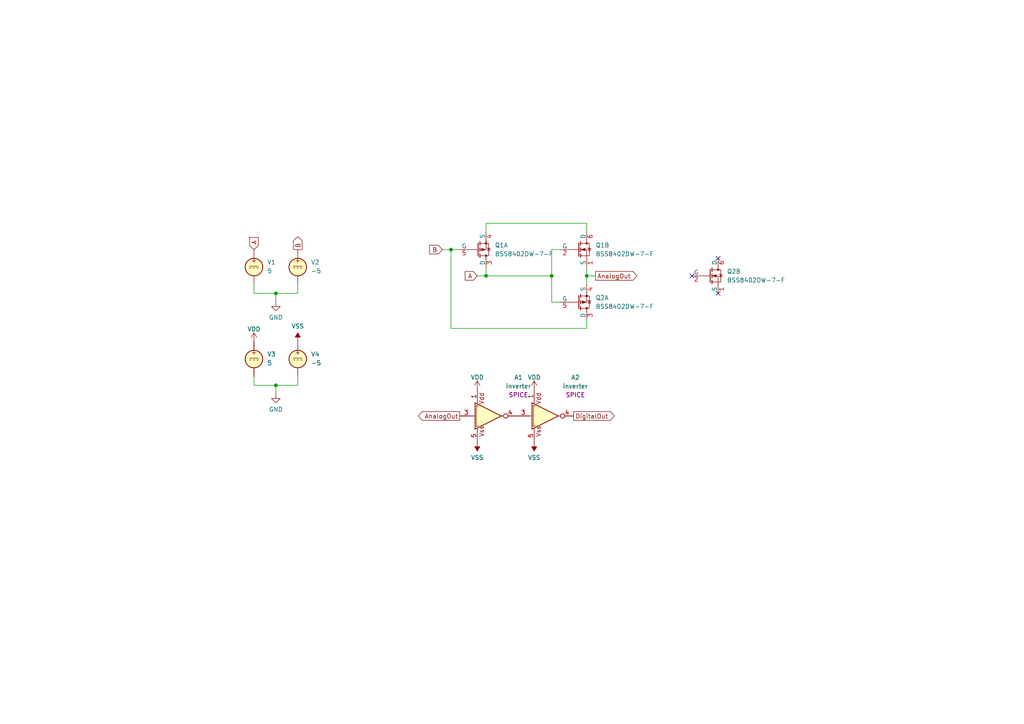
<source format=kicad_sch>
(kicad_sch (version 20250114) (generator "eeschema") (generator_version "9.0")
  (paper "A4")
  (lib_symbols
    (symbol "Simulation_SPICE:VDC" (pin_numbers (hide yes)) (pin_names (offset 0.0254))
      (property "Reference" "V" (at 2.54 2.54 0))
      (property "Value" "1" (at 2.54 0 0))
      (symbol "VDC_0_0"
        (polyline (pts (xy -1.27 0.254) (xy 1.27 0.254)))
        (polyline (pts (xy -0.762 -0.254) (xy -1.27 -0.254)))
        (polyline (pts (xy 0.254 -0.254) (xy -0.254 -0.254)))
        (polyline (pts (xy 1.27 -0.254) (xy 0.762 -0.254)))
        (text "+" (at 0 1.905 0) (effects (font (size 1.27 1.27))))
      )
      (symbol "VDC_0_1"
        (circle (center 0 0) (radius 2.54) (stroke (width 0.254)) (fill (type background)))
      )
      (symbol "VDC_1_1"
        (pin passive line (at 0 5.08 270) (length 2.54) (name "~") (number "1"))
        (pin passive line (at 0 -5.08 90) (length 2.54) (name "~") (number "2"))
      )
    )
    (symbol "TernaryLogic:inverter" (pin_names (offset 1.016))
      (property "Reference" "A" (at -0.635 1.27 0))
      (property "Value" "inverter" (at -0.635 -0.635 0))
      (property "Spice_Primitive" "X" (at -0.635 1.27 0))
      (property "Spice_Model" "Inverter" (at -0.635 1.27 0))
      (property "Spice_Netlist_Enabled" "Y" (at -0.635 1.27 0))
      (symbol "inverter_0_0"
        (polyline (pts (xy -3.81 0) (xy -3.302 0)))
        (polyline (pts (xy -2.54 3.81) (xy -2.54 3.556)))
        (polyline (pts (xy -2.54 -3.81) (xy -2.54 -3.556)))
        (polyline (pts (xy 5.08 0) (xy 4.318 0)))
        (text "Vdd" (at -1.27 5.08 900) (effects (font (size 1.27 1.27))))
        (text "Vss" (at -1.27 -4.445 900) (effects (font (size 1.27 1.27))))
      )
      (symbol "inverter_0_1"
        (polyline (pts (xy -2.794 3.048) (xy -2.286 2.794)) (stroke (width 0.1524)))
        (polyline (pts (xy -2.794 3.048) (xy -2.794 -3.048) (xy -2.286 -2.794)) (stroke (width 0.1524)))
      )
      (symbol "inverter_1_1"
        (polyline (pts (xy -3.175 3.81) (xy -3.175 -3.81) (xy 4.445 0) (xy -3.175 3.81)) (stroke (width 0.254)) (fill (type background)))
        (pin input line (at -7.62 0 0) (length 3.81) (name "~") (number "3"))
        (pin power_in line (at -2.54 7.62 270) (length 3.81) (name "~") (number "1"))
        (pin power_in line (at -2.54 -7.62 90) (length 3.81) (name "~") (number "5"))
        (pin output inverted (at 8.89 0 180) (length 3.81) (name "~") (number "4"))
      )
    )
    (symbol "Tritium:BSS8402DW-7-F" (pin_names (offset 0))
      (property "Reference" "Q" (at 2.54 1.27 0))
      (property "Value" "BSS8402DW-7-F" (at 2.54 -1.27 0))
      (symbol "BSS8402DW-7-F_0_1"
        (polyline (pts (xy -2.286 0) (xy -5.08 0)))
        (polyline (pts (xy -2.286 -1.905) (xy -2.286 1.905)) (stroke (width 0.254)))
        (polyline (pts (xy -1.778 1.27) (xy -1.778 2.286)) (stroke (width 0.254)))
        (polyline (pts (xy -1.778 -0.508) (xy -1.778 0.508)) (stroke (width 0.254)))
        (polyline (pts (xy -1.778 -1.778) (xy 0.762 -1.778) (xy 0.762 1.778) (xy -1.778 1.778)))
        (polyline (pts (xy -1.778 -2.286) (xy -1.778 -1.27)) (stroke (width 0.254)))
        (polyline (pts (xy 0 2.54) (xy 0 1.778)))
        (circle (center 0 1.778) (radius 0.254) (fill (type outline)))
        (polyline (pts (xy 0.254 0.508) (xy 0.381 0.381) (xy 1.143 0.381) (xy 1.27 0.254)))
        (polyline (pts (xy 0.762 0.381) (xy 0.381 -0.254) (xy 1.143 -0.254) (xy 0.762 0.381)))
      )
      (symbol "BSS8402DW-7-F_1_1"
        (polyline (pts (xy -0.254 0) (xy -1.27 -0.381) (xy -1.27 0.381) (xy -0.254 0)) (fill (type outline)))
        (polyline (pts (xy 0 2.54) (xy 0 0) (xy -1.778 0)))
        (circle (center 0 -1.778) (radius 0.254) (fill (type outline)))
        (polyline (pts (xy 0 -2.54) (xy 0 -1.778)))
        (pin input line (at -7.62 0 0) (length 2.54) (name "G") (number "5"))
        (pin passive line (at 0 5.08 270) (length 2.54) (name "S") (number "4"))
        (pin passive line (at 0 -5.08 90) (length 2.54) (name "D") (number "3"))
      )
      (symbol "BSS8402DW-7-F_2_1"
        (polyline (pts (xy -1.524 0) (xy -0.508 0.381) (xy -0.508 -0.381) (xy -1.524 0)) (fill (type outline)))
        (polyline (pts (xy 0 -2.54) (xy 0 0) (xy -1.778 0)))
        (pin input line (at -7.62 0 0) (length 2.54) (name "G") (number "2"))
        (pin passive line (at 0 5.08 270) (length 2.54) (name "D") (number "6"))
        (pin passive line (at 0 -5.08 90) (length 2.54) (name "S") (number "1"))
      )
    )
    (symbol "power:GND" (power) (pin_names (offset 0))
      (property "Value" "GND" (at 0 -3.81 0))
      (symbol "GND_0_1"
        (polyline (pts (xy 0 0) (xy 0 -1.27) (xy 1.27 -1.27) (xy 0 -2.54) (xy -1.27 -1.27) (xy 0 -1.27)))
      )
      (symbol "GND_1_1"
        (pin power_in line (at 0 0 270) (length 0) (hide yes) (name "GND") (number "1"))
      )
    )
    (symbol "power:VDD" (power) (pin_names (offset 0))
      (property "Value" "VDD" (at 0 3.81 0))
      (symbol "VDD_0_1"
        (polyline (pts (xy -0.762 1.27) (xy 0 2.54)))
        (polyline (pts (xy 0 2.54) (xy 0.762 1.27)))
        (polyline (pts (xy 0 0) (xy 0 2.54)))
      )
      (symbol "VDD_1_1"
        (pin power_in line (at 0 0 90) (length 0) (hide yes) (name "VDD") (number "1"))
      )
    )
    (symbol "power:VSS" (power) (pin_names (offset 0))
      (property "Value" "VSS" (at 0 3.81 0))
      (symbol "VSS_0_1"
        (polyline (pts (xy 0 0) (xy 0 2.54)))
        (polyline (pts (xy 0.762 1.27) (xy -0.762 1.27) (xy 0 2.54) (xy 0.762 1.27)) (fill (type outline)))
      )
      (symbol "VSS_1_1"
        (pin power_in line (at 0 0 90) (length 0) (hide yes) (name "VSS") (number "1"))
      )
    )
  )
  (junction (at 170.18 80.01))
  (junction (at 80.01 85.09))
  (junction (at 140.97 80.01))
  (junction (at 130.81 72.39))
  (junction (at 160.02 80.01))
  (junction (at 80.01 111.76))
  (no_connect (at 208.28 85.09))
  (no_connect (at 208.28 74.93))
  (no_connect (at 200.66 80.01))
  (wire (pts (xy 138.43 80.01) (xy 140.97 80.01)))
  (wire (pts (xy 140.97 77.47) (xy 140.97 80.01)))
  (wire (pts (xy 170.18 92.71) (xy 170.18 95.25)))
  (wire (pts (xy 80.01 85.09) (xy 86.36 85.09)))
  (wire (pts (xy 140.97 80.01) (xy 160.02 80.01)))
  (wire (pts (xy 128.27 72.39) (xy 130.81 72.39)))
  (wire (pts (xy 170.18 80.01) (xy 170.18 82.55)))
  (wire (pts (xy 160.02 72.39) (xy 160.02 80.01)))
  (wire (pts (xy 73.66 85.09) (xy 80.01 85.09)))
  (wire (pts (xy 73.66 82.55) (xy 73.66 85.09)))
  (wire (pts (xy 86.36 111.76) (xy 86.36 109.22)))
  (wire (pts (xy 170.18 64.77) (xy 170.18 67.31)))
  (wire (pts (xy 160.02 87.63) (xy 162.56 87.63)))
  (wire (pts (xy 160.02 80.01) (xy 160.02 87.63)))
  (wire (pts (xy 80.01 111.76) (xy 86.36 111.76)))
  (wire (pts (xy 80.01 85.09) (xy 80.01 87.63)))
  (wire (pts (xy 170.18 80.01) (xy 172.72 80.01)))
  (wire (pts (xy 130.81 95.25) (xy 170.18 95.25)))
  (wire (pts (xy 73.66 111.76) (xy 80.01 111.76)))
  (wire (pts (xy 130.81 72.39) (xy 130.81 95.25)))
  (wire (pts (xy 140.97 67.31) (xy 140.97 64.77)))
  (wire (pts (xy 170.18 77.47) (xy 170.18 80.01)))
  (wire (pts (xy 133.35 72.39) (xy 130.81 72.39)))
  (wire (pts (xy 86.36 85.09) (xy 86.36 82.55)))
  (wire (pts (xy 140.97 64.77) (xy 170.18 64.77)))
  (wire (pts (xy 80.01 111.76) (xy 80.01 114.3)))
  (wire (pts (xy 73.66 109.22) (xy 73.66 111.76)))
  (wire (pts (xy 162.56 72.39) (xy 160.02 72.39)))
  (global_label "B" (shape output) (at 86.36 72.39 90) (property "Intersheetrefs" "${INTERSHEET_REFS}" (effects (hide yes))))
  (global_label "DigitalOut" (shape output) (at 166.37 120.65 0) (property "Intersheetrefs" "${INTERSHEET_REFS}" (effects (hide yes))))
  (global_label "AnalogOut" (shape output) (at 172.72 80.01 0) (property "Intersheetrefs" "${INTERSHEET_REFS}" (effects (hide yes))))
  (global_label "A" (shape input) (at 138.43 80.01 180) (property "Intersheetrefs" "${INTERSHEET_REFS}" (effects (hide yes))))
  (global_label "AnalogOut" (shape output) (at 133.35 120.65 180) (property "Intersheetrefs" "${INTERSHEET_REFS}" (effects (hide yes))))
  (global_label "B" (shape input) (at 128.27 72.39 180) (property "Intersheetrefs" "${INTERSHEET_REFS}" (effects (hide yes))))
  (global_label "A" (shape input) (at 73.66 72.39 90) (property "Intersheetrefs" "${INTERSHEET_REFS}" (effects (hide yes))))
  (symbol (lib_id "power:VDD") (at 154.94 113.03 0) (unit 1)
    (property "Reference" "#PWR07" (effects (hide yes)))
    (property "Value" "VDD" (at 154.94 109.4542 0))
  )
  (symbol (lib_id "power:GND") (at 80.01 87.63 0) (unit 1)
    (property "Reference" "#PWR01" (effects (hide yes)))
    (property "Value" "GND" (at 80.01 92.0734 0))
  )
  (symbol (lib_id "Tritium:BSS8402DW-7-F") (at 208.28 80.01 0) (unit 2)
    (property "Reference" "Q2" (at 210.82 78.7399 0) (effects (justify left)))
    (property "Value" "BSS8402DW-7-F" (at 210.82 81.2799 0) (effects (justify left)))
    (property "Footprint" "Package_TO_SOT_SMD:SOT-363_SC-70-6_Handsoldering" (effects (hide yes)))
    (property "Datasheet" "https://www.diodes.com/assets/Datasheets/ds30380.pdf" (effects (hide yes)))
    (property "Sim.Pins" "1=1 2=2 3=3 4=4 5=5 6=6" (effects (hide yes)))
    (property "Sim.Device" "SPICE" (effects (hide yes)))
    (property "Sim.Params" "type=\"X\" model=\"BSS8402DW\" lib=\"${TRITIUM_LIB}/TritiumSpice.lib\"" (effects (hide yes)))
    (property "Spice_Netlist_Enabled" "Y" (effects (hide yes)))
  )
  (symbol (lib_id "power:VDD") (at 73.66 99.06 0) (unit 1)
    (property "Reference" "#PWR02" (effects (hide yes)))
    (property "Value" "VDD" (at 73.66 95.4842 0))
  )
  (symbol (lib_id "Simulation_SPICE:VDC") (at 86.36 104.14 0) (unit 1)
    (property "Reference" "V4" (at 90.17 102.7401 0) (effects (justify left)))
    (property "Value" "-5" (at 90.17 105.2801 0) (effects (justify left)))
    (property "Datasheet" "https://ngspice.sourceforge.io/docs/ngspice-html-manual/manual.xhtml#sec_Independent_Sources_for" (effects (hide yes)))
    (property "Description" "Voltage source, DC" (effects (hide yes)))
    (property "Sim.Pins" "1=+ 2=-" (effects (hide yes)))
    (property "Sim.Type" "DC" (effects (hide yes)))
    (property "Sim.Device" "V" (effects (hide yes)))
  )
  (symbol (lib_id "power:VSS") (at 138.43 128.27 180) (unit 1)
    (property "Reference" "#PWR06" (effects (hide yes)))
    (property "Value" "VSS" (at 138.43 132.7134 0))
  )
  (symbol (lib_id "Tritium:BSS8402DW-7-F") (at 170.18 87.63 0) (unit 1)
    (property "Reference" "Q2" (at 172.72 86.3599 0) (effects (justify left)))
    (property "Value" "BSS8402DW-7-F" (at 172.72 88.8999 0) (effects (justify left)))
    (property "Footprint" "Package_TO_SOT_SMD:SOT-363_SC-70-6_Handsoldering" (effects (hide yes)))
    (property "Datasheet" "https://www.diodes.com/assets/Datasheets/ds30380.pdf" (effects (hide yes)))
    (property "Sim.Pins" "1=1 2=2 3=3 4=4 5=5 6=6" (effects (hide yes)))
    (property "Sim.Device" "SPICE" (effects (hide yes)))
    (property "Sim.Params" "type=\"X\" model=\"BSS8402DW\" lib=\"${TRITIUM_LIB}/TritiumSpice.lib\"" (effects (hide yes)))
    (property "Spice_Netlist_Enabled" "Y" (effects (hide yes)))
  )
  (symbol (lib_id "Simulation_SPICE:VDC") (at 73.66 104.14 0) (unit 1)
    (property "Reference" "V3" (at 77.47 102.7401 0) (effects (justify left)))
    (property "Value" "5" (at 77.47 105.2801 0) (effects (justify left)))
    (property "Datasheet" "https://ngspice.sourceforge.io/docs/ngspice-html-manual/manual.xhtml#sec_Independent_Sources_for" (effects (hide yes)))
    (property "Description" "Voltage source, DC" (effects (hide yes)))
    (property "Sim.Pins" "1=+ 2=-" (effects (hide yes)))
    (property "Sim.Type" "DC" (effects (hide yes)))
    (property "Sim.Device" "V" (effects (hide yes)))
  )
  (symbol (lib_id "Tritium:BSS8402DW-7-F") (at 140.97 72.39 0) (unit 1)
    (property "Reference" "Q1" (at 143.51 71.1199 0) (effects (justify left)))
    (property "Value" "BSS8402DW-7-F" (at 143.51 73.6599 0) (effects (justify left)))
    (property "Footprint" "Package_TO_SOT_SMD:SOT-363_SC-70-6_Handsoldering" (effects (hide yes)))
    (property "Datasheet" "https://www.diodes.com/assets/Datasheets/ds30380.pdf" (effects (hide yes)))
    (property "Sim.Pins" "1=1 2=2 3=3 4=4 5=5 6=6" (effects (hide yes)))
    (property "Sim.Device" "SPICE" (effects (hide yes)))
    (property "Sim.Params" "type=\"X\" model=\"BSS8402DW\" lib=\"${TRITIUM_LIB}/TritiumSpice.lib\"" (effects (hide yes)))
    (property "Spice_Netlist_Enabled" "Y" (effects (hide yes)))
  )
  (symbol (lib_id "power:VSS") (at 154.94 128.27 180) (unit 1)
    (property "Reference" "#PWR08" (effects (hide yes)))
    (property "Value" "VSS" (at 154.94 132.7134 0))
  )
  (symbol (lib_id "TernaryLogic:inverter") (at 157.48 120.65 0) (unit 1)
    (property "Reference" "A2" (at 166.8727 109.4666 0))
    (property "Value" "inverter" (at 166.8727 112.0035 0))
    (property "Footprint" "Ternary_Rev_1:inverter" (effects (hide yes)))
    (property "Sim.Device" "SPICE" (at 166.8727 114.5404 0))
    (property "Sim.Params" "type=\"X\" model=\"Inverter\" lib=\"${TRITIUM_LIB}/TritiumSpice.lib\"" (effects (hide yes)))
    (property "Sim.Pins" "1=1 3=2 4=3 5=4" (effects (hide yes)))
  )
  (symbol (lib_id "TernaryLogic:inverter") (at 140.97 120.65 0) (unit 1)
    (property "Reference" "A1" (at 150.3627 109.4666 0))
    (property "Value" "inverter" (at 150.3627 112.0035 0))
    (property "Footprint" "Ternary_Rev_1:inverter" (effects (hide yes)))
    (property "Sim.Device" "SPICE" (at 150.3627 114.5404 0))
    (property "Sim.Params" "type=\"X\" model=\"Inverter\" lib=\"${TRITIUM_LIB}/TritiumSpice.lib\"" (effects (hide yes)))
    (property "Sim.Pins" "1=1 3=2 4=3 5=4" (effects (hide yes)))
  )
  (symbol (lib_id "Simulation_SPICE:VDC") (at 86.36 77.47 0) (unit 1)
    (property "Reference" "V2" (at 90.17 76.0701 0) (effects (justify left)))
    (property "Value" "-5" (at 90.17 78.6101 0) (effects (justify left)))
    (property "Datasheet" "https://ngspice.sourceforge.io/docs/ngspice-html-manual/manual.xhtml#sec_Independent_Sources_for" (effects (hide yes)))
    (property "Description" "Voltage source, DC" (effects (hide yes)))
    (property "Sim.Pins" "1=+ 2=-" (effects (hide yes)))
    (property "Sim.Type" "DC" (effects (hide yes)))
    (property "Sim.Device" "V" (effects (hide yes)))
  )
  (symbol (lib_id "power:VSS") (at 86.36 99.06 0) (unit 1)
    (property "Reference" "#PWR04" (effects (hide yes)))
    (property "Value" "VSS" (at 86.36 94.6166 0))
  )
  (symbol (lib_id "power:GND") (at 80.01 114.3 0) (unit 1)
    (property "Reference" "#PWR03" (effects (hide yes)))
    (property "Value" "GND" (at 80.01 118.7434 0))
  )
  (symbol (lib_id "power:VDD") (at 138.43 113.03 0) (unit 1)
    (property "Reference" "#PWR05" (effects (hide yes)))
    (property "Value" "VDD" (at 138.43 109.4542 0))
  )
  (symbol (lib_id "Tritium:BSS8402DW-7-F") (at 170.18 72.39 0) (unit 2)
    (property "Reference" "Q1" (at 172.72 71.1199 0) (effects (justify left)))
    (property "Value" "BSS8402DW-7-F" (at 172.72 73.6599 0) (effects (justify left)))
    (property "Footprint" "Package_TO_SOT_SMD:SOT-363_SC-70-6_Handsoldering" (effects (hide yes)))
    (property "Datasheet" "https://www.diodes.com/assets/Datasheets/ds30380.pdf" (effects (hide yes)))
    (property "Sim.Pins" "1=1 2=2 3=3 4=4 5=5 6=6" (effects (hide yes)))
    (property "Sim.Device" "SPICE" (effects (hide yes)))
    (property "Sim.Params" "type=\"X\" model=\"BSS8402DW\" lib=\"${TRITIUM_LIB}/TritiumSpice.lib\"" (effects (hide yes)))
    (property "Spice_Netlist_Enabled" "Y" (effects (hide yes)))
  )
  (symbol (lib_id "Simulation_SPICE:VDC") (at 73.66 77.47 0) (unit 1)
    (property "Reference" "V1" (at 77.47 76.0701 0) (effects (justify left)))
    (property "Value" "5" (at 77.47 78.6101 0) (effects (justify left)))
    (property "Datasheet" "https://ngspice.sourceforge.io/docs/ngspice-html-manual/manual.xhtml#sec_Independent_Sources_for" (effects (hide yes)))
    (property "Description" "Voltage source, DC" (effects (hide yes)))
    (property "Sim.Pins" "1=+ 2=-" (effects (hide yes)))
    (property "Sim.Type" "DC" (effects (hide yes)))
    (property "Sim.Device" "V" (effects (hide yes)))
  )
)
</source>
